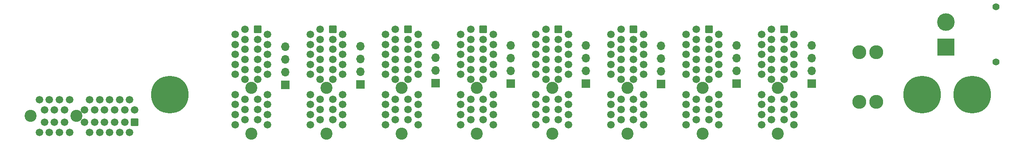
<source format=gbr>
%TF.GenerationSoftware,KiCad,Pcbnew,8.0.3*%
%TF.CreationDate,2024-06-27T20:35:16-04:00*%
%TF.ProjectId,backplane,6261636b-706c-4616-9e65-2e6b69636164,v0.0.0*%
%TF.SameCoordinates,Original*%
%TF.FileFunction,Soldermask,Bot*%
%TF.FilePolarity,Negative*%
%FSLAX46Y46*%
G04 Gerber Fmt 4.6, Leading zero omitted, Abs format (unit mm)*
G04 Created by KiCad (PCBNEW 8.0.3) date 2024-06-27 20:35:16*
%MOMM*%
%LPD*%
G01*
G04 APERTURE LIST*
G04 Aperture macros list*
%AMRoundRect*
0 Rectangle with rounded corners*
0 $1 Rounding radius*
0 $2 $3 $4 $5 $6 $7 $8 $9 X,Y pos of 4 corners*
0 Add a 4 corners polygon primitive as box body*
4,1,4,$2,$3,$4,$5,$6,$7,$8,$9,$2,$3,0*
0 Add four circle primitives for the rounded corners*
1,1,$1+$1,$2,$3*
1,1,$1+$1,$4,$5*
1,1,$1+$1,$6,$7*
1,1,$1+$1,$8,$9*
0 Add four rect primitives between the rounded corners*
20,1,$1+$1,$2,$3,$4,$5,0*
20,1,$1+$1,$4,$5,$6,$7,0*
20,1,$1+$1,$6,$7,$8,$9,0*
20,1,$1+$1,$8,$9,$2,$3,0*%
G04 Aperture macros list end*
%ADD10C,7.500000*%
%ADD11R,1.700000X1.700000*%
%ADD12O,1.700000X1.700000*%
%ADD13C,2.400000*%
%ADD14RoundRect,0.102000X-0.644000X0.644000X-0.644000X-0.644000X0.644000X-0.644000X0.644000X0.644000X0*%
%ADD15C,1.492000*%
%ADD16RoundRect,0.102000X0.644000X0.644000X-0.644000X0.644000X-0.644000X-0.644000X0.644000X-0.644000X0*%
%ADD17C,2.780000*%
%ADD18C,1.400000*%
%ADD19R,3.500000X3.500000*%
%ADD20C,3.500000*%
G04 APERTURE END LIST*
D10*
%TO.C,H2*%
X180000000Y-20000000D03*
%TD*%
D11*
%TO.C,J8*%
X68000000Y-18000000D03*
D12*
X68000000Y-15460000D03*
X68000000Y-12920000D03*
X68000000Y-10380000D03*
%TD*%
D13*
%TO.C,J14*%
X91250000Y-18650000D03*
X91250000Y-27800000D03*
D14*
X92500000Y-7000000D03*
D15*
X94500000Y-8000000D03*
X92500000Y-9000000D03*
X94500000Y-10000000D03*
X92500000Y-11000000D03*
X94500000Y-12000000D03*
X92500000Y-13000000D03*
X94500000Y-14000000D03*
X92500000Y-15000000D03*
X94500000Y-16000000D03*
X92500000Y-17000000D03*
X94500000Y-20000000D03*
X92500000Y-21000000D03*
X94500000Y-22000000D03*
X92500000Y-23000000D03*
X94500000Y-24000000D03*
X92500000Y-25000000D03*
X94500000Y-26000000D03*
X90000000Y-7000000D03*
X88000000Y-8000000D03*
X90000000Y-9000000D03*
X88000000Y-10000000D03*
X90000000Y-11000000D03*
X88000000Y-12000000D03*
X90000000Y-13000000D03*
X88000000Y-14000000D03*
X90000000Y-15000000D03*
X88000000Y-16000000D03*
X90000000Y-17000000D03*
X88000000Y-20000000D03*
X90000000Y-21000000D03*
X88000000Y-22000000D03*
X90000000Y-23000000D03*
X88000000Y-24000000D03*
X90000000Y-25000000D03*
X88000000Y-26000000D03*
%TD*%
D10*
%TO.C,H1*%
X30000000Y-20000000D03*
%TD*%
D13*
%TO.C,J6*%
X61250000Y-18650000D03*
X61250000Y-27800000D03*
D14*
X62500000Y-7000000D03*
D15*
X64500000Y-8000000D03*
X62500000Y-9000000D03*
X64500000Y-10000000D03*
X62500000Y-11000000D03*
X64500000Y-12000000D03*
X62500000Y-13000000D03*
X64500000Y-14000000D03*
X62500000Y-15000000D03*
X64500000Y-16000000D03*
X62500000Y-17000000D03*
X64500000Y-20000000D03*
X62500000Y-21000000D03*
X64500000Y-22000000D03*
X62500000Y-23000000D03*
X64500000Y-24000000D03*
X62500000Y-25000000D03*
X64500000Y-26000000D03*
X60000000Y-7000000D03*
X58000000Y-8000000D03*
X60000000Y-9000000D03*
X58000000Y-10000000D03*
X60000000Y-11000000D03*
X58000000Y-12000000D03*
X60000000Y-13000000D03*
X58000000Y-14000000D03*
X60000000Y-15000000D03*
X58000000Y-16000000D03*
X60000000Y-17000000D03*
X58000000Y-20000000D03*
X60000000Y-21000000D03*
X58000000Y-22000000D03*
X60000000Y-23000000D03*
X58000000Y-24000000D03*
X60000000Y-25000000D03*
X58000000Y-26000000D03*
%TD*%
D13*
%TO.C,J2*%
X46250000Y-18650000D03*
X46250000Y-27800000D03*
D14*
X47500000Y-7000000D03*
D15*
X49500000Y-8000000D03*
X47500000Y-9000000D03*
X49500000Y-10000000D03*
X47500000Y-11000000D03*
X49500000Y-12000000D03*
X47500000Y-13000000D03*
X49500000Y-14000000D03*
X47500000Y-15000000D03*
X49500000Y-16000000D03*
X47500000Y-17000000D03*
X49500000Y-20000000D03*
X47500000Y-21000000D03*
X49500000Y-22000000D03*
X47500000Y-23000000D03*
X49500000Y-24000000D03*
X47500000Y-25000000D03*
X49500000Y-26000000D03*
X45000000Y-7000000D03*
X43000000Y-8000000D03*
X45000000Y-9000000D03*
X43000000Y-10000000D03*
X45000000Y-11000000D03*
X43000000Y-12000000D03*
X45000000Y-13000000D03*
X43000000Y-14000000D03*
X45000000Y-15000000D03*
X43000000Y-16000000D03*
X45000000Y-17000000D03*
X43000000Y-20000000D03*
X45000000Y-21000000D03*
X43000000Y-22000000D03*
X45000000Y-23000000D03*
X43000000Y-24000000D03*
X45000000Y-25000000D03*
X43000000Y-26000000D03*
%TD*%
D10*
%TO.C,H3*%
X190000000Y-20000000D03*
%TD*%
D11*
%TO.C,J16*%
X98000000Y-17830000D03*
D12*
X98000000Y-15290000D03*
X98000000Y-12750000D03*
X98000000Y-10210000D03*
%TD*%
D11*
%TO.C,J17*%
X158000000Y-17830000D03*
D12*
X158000000Y-15290000D03*
X158000000Y-12750000D03*
X158000000Y-10210000D03*
%TD*%
D13*
%TO.C,J11*%
X136250000Y-18650000D03*
X136250000Y-27800000D03*
D14*
X137500000Y-7000000D03*
D15*
X139500000Y-8000000D03*
X137500000Y-9000000D03*
X139500000Y-10000000D03*
X137500000Y-11000000D03*
X139500000Y-12000000D03*
X137500000Y-13000000D03*
X139500000Y-14000000D03*
X137500000Y-15000000D03*
X139500000Y-16000000D03*
X137500000Y-17000000D03*
X139500000Y-20000000D03*
X137500000Y-21000000D03*
X139500000Y-22000000D03*
X137500000Y-23000000D03*
X139500000Y-24000000D03*
X137500000Y-25000000D03*
X139500000Y-26000000D03*
X135000000Y-7000000D03*
X133000000Y-8000000D03*
X135000000Y-9000000D03*
X133000000Y-10000000D03*
X135000000Y-11000000D03*
X133000000Y-12000000D03*
X135000000Y-13000000D03*
X133000000Y-14000000D03*
X135000000Y-15000000D03*
X133000000Y-16000000D03*
X135000000Y-17000000D03*
X133000000Y-20000000D03*
X135000000Y-21000000D03*
X133000000Y-22000000D03*
X135000000Y-23000000D03*
X133000000Y-24000000D03*
X135000000Y-25000000D03*
X133000000Y-26000000D03*
%TD*%
D13*
%TO.C,J18*%
X11350000Y-24300000D03*
X2200000Y-24300000D03*
D16*
X23000000Y-25550000D03*
D15*
X22000000Y-27550000D03*
X21000000Y-25550000D03*
X20000000Y-27550000D03*
X19000000Y-25550000D03*
X18000000Y-27550000D03*
X17000000Y-25550000D03*
X16000000Y-27550000D03*
X15000000Y-25550000D03*
X14000000Y-27550000D03*
X13000000Y-25550000D03*
X10000000Y-27550000D03*
X9000000Y-25550000D03*
X8000000Y-27550000D03*
X7000000Y-25550000D03*
X6000000Y-27550000D03*
X5000000Y-25550000D03*
X4000000Y-27550000D03*
X23000000Y-23050000D03*
X22000000Y-21050000D03*
X21000000Y-23050000D03*
X20000000Y-21050000D03*
X19000000Y-23050000D03*
X18000000Y-21050000D03*
X17000000Y-23050000D03*
X16000000Y-21050000D03*
X15000000Y-23050000D03*
X14000000Y-21050000D03*
X13000000Y-23050000D03*
X10000000Y-21050000D03*
X9000000Y-23050000D03*
X8000000Y-21050000D03*
X7000000Y-23050000D03*
X6000000Y-21050000D03*
X5000000Y-23050000D03*
X4000000Y-21050000D03*
%TD*%
D17*
%TO.C,F1*%
X170900000Y-11540000D03*
X167500000Y-11540000D03*
X170900000Y-21460000D03*
X167500000Y-21460000D03*
%TD*%
D13*
%TO.C,J3*%
X106250000Y-18650000D03*
X106250000Y-27800000D03*
D14*
X107500000Y-7000000D03*
D15*
X109500000Y-8000000D03*
X107500000Y-9000000D03*
X109500000Y-10000000D03*
X107500000Y-11000000D03*
X109500000Y-12000000D03*
X107500000Y-13000000D03*
X109500000Y-14000000D03*
X107500000Y-15000000D03*
X109500000Y-16000000D03*
X107500000Y-17000000D03*
X109500000Y-20000000D03*
X107500000Y-21000000D03*
X109500000Y-22000000D03*
X107500000Y-23000000D03*
X109500000Y-24000000D03*
X107500000Y-25000000D03*
X109500000Y-26000000D03*
X105000000Y-7000000D03*
X103000000Y-8000000D03*
X105000000Y-9000000D03*
X103000000Y-10000000D03*
X105000000Y-11000000D03*
X103000000Y-12000000D03*
X105000000Y-13000000D03*
X103000000Y-14000000D03*
X105000000Y-15000000D03*
X103000000Y-16000000D03*
X105000000Y-17000000D03*
X103000000Y-20000000D03*
X105000000Y-21000000D03*
X103000000Y-22000000D03*
X105000000Y-23000000D03*
X103000000Y-24000000D03*
X105000000Y-25000000D03*
X103000000Y-26000000D03*
%TD*%
D11*
%TO.C,J4*%
X53000000Y-18100000D03*
D12*
X53000000Y-15560000D03*
X53000000Y-13020000D03*
X53000000Y-10480000D03*
%TD*%
D11*
%TO.C,J5*%
X113000000Y-17860000D03*
D12*
X113000000Y-15320000D03*
X113000000Y-12780000D03*
X113000000Y-10240000D03*
%TD*%
D18*
%TO.C,J1*%
X194800000Y-2520000D03*
X194800000Y-13520000D03*
D19*
X184800000Y-10520000D03*
D20*
X184800000Y-5520000D03*
%TD*%
D11*
%TO.C,J9*%
X128000000Y-17900000D03*
D12*
X128000000Y-15360000D03*
X128000000Y-12820000D03*
X128000000Y-10280000D03*
%TD*%
D13*
%TO.C,J15*%
X151250000Y-18650000D03*
X151250000Y-27800000D03*
D14*
X152500000Y-7000000D03*
D15*
X154500000Y-8000000D03*
X152500000Y-9000000D03*
X154500000Y-10000000D03*
X152500000Y-11000000D03*
X154500000Y-12000000D03*
X152500000Y-13000000D03*
X154500000Y-14000000D03*
X152500000Y-15000000D03*
X154500000Y-16000000D03*
X152500000Y-17000000D03*
X154500000Y-20000000D03*
X152500000Y-21000000D03*
X154500000Y-22000000D03*
X152500000Y-23000000D03*
X154500000Y-24000000D03*
X152500000Y-25000000D03*
X154500000Y-26000000D03*
X150000000Y-7000000D03*
X148000000Y-8000000D03*
X150000000Y-9000000D03*
X148000000Y-10000000D03*
X150000000Y-11000000D03*
X148000000Y-12000000D03*
X150000000Y-13000000D03*
X148000000Y-14000000D03*
X150000000Y-15000000D03*
X148000000Y-16000000D03*
X150000000Y-17000000D03*
X148000000Y-20000000D03*
X150000000Y-21000000D03*
X148000000Y-22000000D03*
X150000000Y-23000000D03*
X148000000Y-24000000D03*
X150000000Y-25000000D03*
X148000000Y-26000000D03*
%TD*%
D13*
%TO.C,J10*%
X76250000Y-18650000D03*
X76250000Y-27800000D03*
D14*
X77500000Y-7000000D03*
D15*
X79500000Y-8000000D03*
X77500000Y-9000000D03*
X79500000Y-10000000D03*
X77500000Y-11000000D03*
X79500000Y-12000000D03*
X77500000Y-13000000D03*
X79500000Y-14000000D03*
X77500000Y-15000000D03*
X79500000Y-16000000D03*
X77500000Y-17000000D03*
X79500000Y-20000000D03*
X77500000Y-21000000D03*
X79500000Y-22000000D03*
X77500000Y-23000000D03*
X79500000Y-24000000D03*
X77500000Y-25000000D03*
X79500000Y-26000000D03*
X75000000Y-7000000D03*
X73000000Y-8000000D03*
X75000000Y-9000000D03*
X73000000Y-10000000D03*
X75000000Y-11000000D03*
X73000000Y-12000000D03*
X75000000Y-13000000D03*
X73000000Y-14000000D03*
X75000000Y-15000000D03*
X73000000Y-16000000D03*
X75000000Y-17000000D03*
X73000000Y-20000000D03*
X75000000Y-21000000D03*
X73000000Y-22000000D03*
X75000000Y-23000000D03*
X73000000Y-24000000D03*
X75000000Y-25000000D03*
X73000000Y-26000000D03*
%TD*%
D11*
%TO.C,J13*%
X143000000Y-17830000D03*
D12*
X143000000Y-15290000D03*
X143000000Y-12750000D03*
X143000000Y-10210000D03*
%TD*%
D11*
%TO.C,J12*%
X83000000Y-17750000D03*
D12*
X83000000Y-15210000D03*
X83000000Y-12670000D03*
X83000000Y-10130000D03*
%TD*%
D13*
%TO.C,J7*%
X121250000Y-18650000D03*
X121250000Y-27800000D03*
D14*
X122500000Y-7000000D03*
D15*
X124500000Y-8000000D03*
X122500000Y-9000000D03*
X124500000Y-10000000D03*
X122500000Y-11000000D03*
X124500000Y-12000000D03*
X122500000Y-13000000D03*
X124500000Y-14000000D03*
X122500000Y-15000000D03*
X124500000Y-16000000D03*
X122500000Y-17000000D03*
X124500000Y-20000000D03*
X122500000Y-21000000D03*
X124500000Y-22000000D03*
X122500000Y-23000000D03*
X124500000Y-24000000D03*
X122500000Y-25000000D03*
X124500000Y-26000000D03*
X120000000Y-7000000D03*
X118000000Y-8000000D03*
X120000000Y-9000000D03*
X118000000Y-10000000D03*
X120000000Y-11000000D03*
X118000000Y-12000000D03*
X120000000Y-13000000D03*
X118000000Y-14000000D03*
X120000000Y-15000000D03*
X118000000Y-16000000D03*
X120000000Y-17000000D03*
X118000000Y-20000000D03*
X120000000Y-21000000D03*
X118000000Y-22000000D03*
X120000000Y-23000000D03*
X118000000Y-24000000D03*
X120000000Y-25000000D03*
X118000000Y-26000000D03*
%TD*%
M02*

</source>
